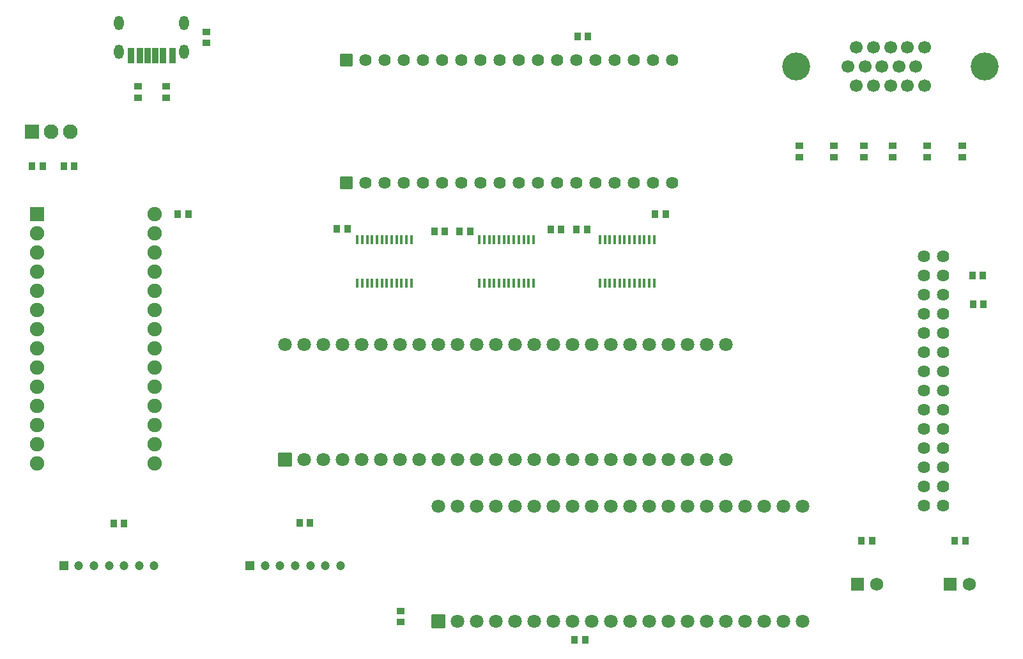
<source format=gts>
G04 Layer: TopSolderMaskLayer*
G04 EasyEDA v6.5.22, 2023-04-21 15:38:10*
G04 6d2149ed1d2646eb8880a206008ce751,0d2cea57a9a8422ebbcee2df73fbc454,10*
G04 Gerber Generator version 0.2*
G04 Scale: 100 percent, Rotated: No, Reflected: No *
G04 Dimensions in millimeters *
G04 leading zeros omitted , absolute positions ,4 integer and 5 decimal *
%FSLAX45Y45*%
%MOMM*%

%AMMACRO1*1,1,$1,$2,$3*1,1,$1,$4,$5*1,1,$1,0-$2,0-$3*1,1,$1,0-$4,0-$5*20,1,$1,$2,$3,$4,$5,0*20,1,$1,$4,$5,0-$2,0-$3,0*20,1,$1,0-$2,0-$3,0-$4,0-$5,0*20,1,$1,0-$4,0-$5,$2,$3,0*4,1,4,$2,$3,$4,$5,0-$2,0-$3,0-$4,0-$5,$2,$3,0*%
%ADD10MACRO1,0.1016X-0.4X0.45X0.4X0.45*%
%ADD11MACRO1,0.1016X0.4X-0.45X-0.4X-0.45*%
%ADD12MACRO1,0.1016X-0.4032X-0.432X-0.4032X0.432*%
%ADD13MACRO1,0.1016X0.4032X-0.432X0.4032X0.432*%
%ADD14MACRO1,0.1016X-0.432X0.4032X0.432X0.4032*%
%ADD15MACRO1,0.1016X-0.432X-0.4032X0.432X-0.4032*%
%ADD16C,1.8034*%
%ADD17MACRO1,0.2032X-0.8001X0.8001X0.8001X0.8001*%
%ADD18MACRO1,0.1016X-0.85X-0.8499X-0.85X0.8499*%
%ADD19C,1.8016*%
%ADD20MACRO1,0.1016X0.15X0.5X0.15X-0.5*%
%ADD21MACRO1,0.1016X-0.762X-0.762X-0.762X0.762*%
%ADD22C,1.6256*%
%ADD23R,1.7272X1.7272*%
%ADD24C,1.7272*%
%ADD25C,1.2032*%
%ADD26MACRO1,0.2032X-0.5X0.5X0.5X0.5*%
%ADD27C,3.7008*%
%ADD28C,1.6942*%
%ADD29MACRO1,0.1016X-0.915X0.915X0.915X0.915*%
%ADD30C,1.9317*%
%ADD31MACRO1,0.2032X-0.762X-0.762X-0.762X0.762*%
%ADD32C,1.9016*%
%ADD33MACRO1,0.1016X0.8992X0.8992X0.8992X-0.8992*%
%ADD34MACRO1,0.1016X0.4X-1X-0.4X-1*%
%ADD35MACRO1,0.1016X0.38X-1X-0.38X-1*%
%ADD36MACRO1,0.1016X0.35X-1X-0.35X-1*%
%ADD37O,1.3031978X1.9031966*%
%ADD38O,0.01X1.9031966*%

%LPD*%
D10*
G01*
X8058284Y139700D03*
G01*
X7918284Y139700D03*
G01*
X4908953Y5576062D03*
G01*
X4768954Y5576062D03*
D11*
G01*
X6394300Y5549900D03*
G01*
X6534299Y5549900D03*
G01*
X7943700Y5575300D03*
G01*
X8083699Y5575300D03*
G01*
X7956400Y8128000D03*
G01*
X8096399Y8128000D03*
D10*
G01*
X13335149Y4584700D03*
G01*
X13195150Y4584700D03*
G01*
X870099Y6413500D03*
G01*
X730100Y6413500D03*
D11*
G01*
X1149200Y6413500D03*
G01*
X1289199Y6413500D03*
D12*
G01*
X11865242Y1447800D03*
D13*
G01*
X11714593Y1447800D03*
D14*
G01*
X5613400Y369175D03*
D15*
G01*
X5613400Y519824D03*
D14*
G01*
X10896600Y6528675D03*
D15*
G01*
X10896600Y6679324D03*
D14*
G01*
X11353800Y6528675D03*
D15*
G01*
X11353800Y6679324D03*
D14*
G01*
X11747500Y6528675D03*
D15*
G01*
X11747500Y6679324D03*
D14*
G01*
X12128500Y6528675D03*
D15*
G01*
X12128500Y6679324D03*
D14*
G01*
X12585700Y6528675D03*
D15*
G01*
X12585700Y6679324D03*
D14*
G01*
X13055600Y6528675D03*
D15*
G01*
X13055600Y6679324D03*
D12*
G01*
X13100450Y1447797D03*
D13*
G01*
X12949800Y1447797D03*
D14*
G01*
X2501892Y7316069D03*
D15*
G01*
X2501892Y7466719D03*
D14*
G01*
X2133592Y7316069D03*
D15*
G01*
X2133592Y7466719D03*
D14*
G01*
X3035292Y8039969D03*
D15*
G01*
X3035292Y8190619D03*
D16*
G01*
X10934700Y381000D03*
G01*
X10680700Y381000D03*
G01*
X10426700Y381000D03*
G01*
X10172700Y381000D03*
G01*
X9918700Y381000D03*
G01*
X9664700Y381000D03*
G01*
X9410700Y381000D03*
G01*
X9156700Y381000D03*
G01*
X8902700Y381000D03*
G01*
X8648700Y381000D03*
G01*
X8140700Y381000D03*
G01*
X7886700Y381000D03*
G01*
X7632700Y381000D03*
G01*
X7378700Y381000D03*
G01*
X7124700Y381000D03*
G01*
X6870700Y381000D03*
G01*
X6616700Y381000D03*
G01*
X6362700Y381000D03*
D17*
G01*
X6108689Y381000D03*
D16*
G01*
X8394700Y381000D03*
G01*
X6108700Y1905000D03*
G01*
X6362700Y1905000D03*
G01*
X6616700Y1905000D03*
G01*
X10934700Y1905000D03*
G01*
X10680700Y1905000D03*
G01*
X10426700Y1905000D03*
G01*
X6870700Y1905000D03*
G01*
X7124700Y1905000D03*
G01*
X10172700Y1905000D03*
G01*
X9918700Y1905000D03*
G01*
X9664700Y1905000D03*
G01*
X7378700Y1905000D03*
G01*
X9410700Y1905000D03*
G01*
X7632700Y1905000D03*
G01*
X9156700Y1905000D03*
G01*
X7886700Y1905000D03*
G01*
X8140700Y1905000D03*
G01*
X8902700Y1905000D03*
G01*
X8648700Y1905000D03*
G01*
X8394700Y1905000D03*
D18*
G01*
X4076674Y2527292D03*
D19*
G01*
X4330700Y2527300D03*
G01*
X4584700Y2527300D03*
G01*
X4838700Y2527300D03*
G01*
X5092700Y2527300D03*
G01*
X5346700Y2527300D03*
G01*
X5600700Y2527300D03*
G01*
X5854700Y2527300D03*
G01*
X6108700Y2527300D03*
G01*
X6362700Y2527300D03*
G01*
X6616700Y2527300D03*
G01*
X6870700Y2527300D03*
G01*
X7124700Y2527300D03*
G01*
X7378700Y2527300D03*
G01*
X7632700Y2527300D03*
G01*
X7886700Y2527300D03*
G01*
X8140700Y2527300D03*
G01*
X8394700Y2527300D03*
G01*
X8648700Y2527300D03*
G01*
X8902700Y2527300D03*
G01*
X9156700Y2527300D03*
G01*
X9410700Y2527300D03*
G01*
X9664700Y2527300D03*
G01*
X9918700Y2527300D03*
G01*
X9918700Y4051300D03*
G01*
X9664700Y4051300D03*
G01*
X9410700Y4051300D03*
G01*
X9156700Y4051300D03*
G01*
X8902700Y4051300D03*
G01*
X8648700Y4051300D03*
G01*
X8394700Y4051300D03*
G01*
X8140700Y4051300D03*
G01*
X7886700Y4051300D03*
G01*
X7632700Y4051300D03*
G01*
X7378700Y4051300D03*
G01*
X7124700Y4051300D03*
G01*
X6870700Y4051300D03*
G01*
X6616700Y4051300D03*
G01*
X6362700Y4051300D03*
G01*
X6108700Y4051300D03*
G01*
X5854700Y4051300D03*
G01*
X5600700Y4051300D03*
G01*
X5346700Y4051300D03*
G01*
X5092700Y4051300D03*
G01*
X4838700Y4051300D03*
G01*
X4584700Y4051300D03*
G01*
X4330700Y4051300D03*
G01*
X4076700Y4051300D03*
D20*
G01*
X5753694Y5433489D03*
G01*
X5688693Y5433489D03*
G01*
X5623694Y5433489D03*
G01*
X5558693Y5433489D03*
G01*
X5493694Y5433489D03*
G01*
X5428693Y5433489D03*
G01*
X5363695Y5433489D03*
G01*
X5298694Y5433489D03*
G01*
X5233695Y5433489D03*
G01*
X5168694Y5433489D03*
G01*
X5103693Y5433489D03*
G01*
X5038694Y5433489D03*
G01*
X5038694Y4858489D03*
G01*
X5103693Y4858489D03*
G01*
X5168694Y4858489D03*
G01*
X5233695Y4858489D03*
G01*
X5298694Y4858489D03*
G01*
X5363695Y4858489D03*
G01*
X5428693Y4858489D03*
G01*
X5493694Y4858489D03*
G01*
X5558693Y4858489D03*
G01*
X5623694Y4858489D03*
G01*
X5688693Y4858489D03*
G01*
X5753694Y4858489D03*
D21*
G01*
X4894889Y6192486D03*
D22*
G01*
X5148884Y6192494D03*
G01*
X5402884Y6192494D03*
G01*
X5656884Y6192494D03*
G01*
X5910884Y6192494D03*
G01*
X6164884Y6192494D03*
G01*
X6418884Y6192494D03*
G01*
X6672884Y6192494D03*
G01*
X6926884Y6192494D03*
G01*
X7180884Y6192494D03*
G01*
X7434884Y6192494D03*
G01*
X7688884Y6192494D03*
G01*
X7942884Y6192494D03*
G01*
X8196884Y6192494D03*
G01*
X8450884Y6192494D03*
G01*
X8704884Y6192494D03*
G01*
X8958884Y6192494D03*
G01*
X9212884Y6192494D03*
D21*
G01*
X4894889Y7818084D03*
D22*
G01*
X5148884Y7818094D03*
G01*
X5402884Y7818094D03*
G01*
X5656884Y7818094D03*
G01*
X5910884Y7818094D03*
G01*
X6164884Y7818094D03*
G01*
X6418884Y7818094D03*
G01*
X6672884Y7818094D03*
G01*
X6926884Y7818094D03*
G01*
X7180884Y7818094D03*
G01*
X7434884Y7818094D03*
G01*
X7688884Y7818094D03*
G01*
X7942884Y7818094D03*
G01*
X8196884Y7818094D03*
G01*
X8450884Y7818094D03*
G01*
X8704884Y7818094D03*
G01*
X8958884Y7818094D03*
G01*
X9212884Y7818094D03*
D10*
G01*
X13328774Y4965689D03*
G01*
X13188774Y4965689D03*
D20*
G01*
X7372941Y5432590D03*
G01*
X7307940Y5432590D03*
G01*
X7242942Y5432590D03*
G01*
X7177940Y5432590D03*
G01*
X7112942Y5432590D03*
G01*
X7047941Y5432590D03*
G01*
X6982942Y5432590D03*
G01*
X6917941Y5432590D03*
G01*
X6852942Y5432590D03*
G01*
X6787941Y5432590D03*
G01*
X6722940Y5432590D03*
G01*
X6657941Y5432590D03*
G01*
X6657941Y4857589D03*
G01*
X6722940Y4857589D03*
G01*
X6787941Y4857589D03*
G01*
X6852942Y4857589D03*
G01*
X6917941Y4857589D03*
G01*
X6982942Y4857589D03*
G01*
X7047941Y4857589D03*
G01*
X7112942Y4857589D03*
G01*
X7177940Y4857589D03*
G01*
X7242942Y4857589D03*
G01*
X7307940Y4857589D03*
G01*
X7372941Y4857589D03*
G01*
X8970581Y5432590D03*
G01*
X8905580Y5432590D03*
G01*
X8840581Y5432590D03*
G01*
X8775580Y5432590D03*
G01*
X8710582Y5432590D03*
G01*
X8645580Y5432590D03*
G01*
X8580582Y5432590D03*
G01*
X8515581Y5432590D03*
G01*
X8450582Y5432590D03*
G01*
X8385581Y5432590D03*
G01*
X8320580Y5432590D03*
G01*
X8255581Y5432590D03*
G01*
X8255581Y4857589D03*
G01*
X8320580Y4857589D03*
G01*
X8385581Y4857589D03*
G01*
X8450582Y4857589D03*
G01*
X8515581Y4857589D03*
G01*
X8580582Y4857589D03*
G01*
X8645580Y4857589D03*
G01*
X8710582Y4857589D03*
G01*
X8775580Y4857589D03*
G01*
X8840581Y4857589D03*
G01*
X8905580Y4857589D03*
G01*
X8970581Y4857589D03*
D23*
G01*
X12898120Y876300D03*
D24*
G01*
X13152120Y876300D03*
D22*
G01*
X12547574Y5219700D03*
G01*
X12547574Y4965700D03*
G01*
X12547574Y4711700D03*
G01*
X12547574Y4457700D03*
G01*
X12547574Y4203700D03*
G01*
X12547574Y3949700D03*
G01*
X12547574Y3695700D03*
G01*
X12547574Y3441700D03*
G01*
X12547574Y3187700D03*
G01*
X12547574Y2933700D03*
G01*
X12547574Y2679700D03*
G01*
X12547574Y2425700D03*
G01*
X12547574Y2171700D03*
G01*
X12547574Y1917700D03*
G01*
X12801574Y1917700D03*
G01*
X12801574Y2171700D03*
G01*
X12801574Y2425700D03*
G01*
X12801574Y2679700D03*
G01*
X12801574Y2933700D03*
G01*
X12801574Y3187700D03*
G01*
X12801574Y3441700D03*
G01*
X12801574Y3695700D03*
G01*
X12801574Y3949700D03*
G01*
X12801574Y4203700D03*
G01*
X12801574Y4457700D03*
G01*
X12801574Y4711700D03*
G01*
X12801574Y4965700D03*
G01*
X12801574Y5219700D03*
D11*
G01*
X1809597Y1676397D03*
G01*
X1949597Y1676397D03*
G01*
X4273392Y1689097D03*
G01*
X4413392Y1689097D03*
D10*
G01*
X2800494Y5778487D03*
G01*
X2660495Y5778487D03*
G01*
X6197597Y5549879D03*
G01*
X6057597Y5549879D03*
G01*
X7740784Y5575289D03*
G01*
X7600784Y5575289D03*
G01*
X9125082Y5778487D03*
G01*
X8985082Y5778487D03*
D25*
G01*
X1748815Y1117600D03*
G01*
X1548815Y1117600D03*
G01*
X1348816Y1117600D03*
G01*
X1948815Y1117600D03*
G01*
X2148814Y1117600D03*
G01*
X2348814Y1117600D03*
D26*
G01*
X1148811Y1117600D03*
D25*
G01*
X4216400Y1117600D03*
G01*
X4016400Y1117600D03*
G01*
X3816400Y1117600D03*
G01*
X4416374Y1117600D03*
G01*
X4616399Y1117600D03*
G01*
X4816398Y1117600D03*
D26*
G01*
X3616393Y1117597D03*
D27*
G01*
X13353084Y7734300D03*
G01*
X10853064Y7734300D03*
D28*
G01*
X12553061Y7480300D03*
G01*
X12328067Y7480300D03*
G01*
X12103074Y7480300D03*
G01*
X11878081Y7480300D03*
G01*
X11653062Y7480300D03*
G01*
X12440564Y7734300D03*
G01*
X12215571Y7734300D03*
G01*
X11990577Y7734300D03*
G01*
X11765584Y7734300D03*
G01*
X11540566Y7734300D03*
G01*
X12553061Y7988300D03*
G01*
X12328067Y7988300D03*
G01*
X12103074Y7988300D03*
G01*
X11878081Y7988300D03*
G01*
X11653062Y7988300D03*
D29*
G01*
X723897Y6870687D03*
D30*
G01*
X977900Y6870700D03*
G01*
X1231900Y6870700D03*
D31*
G01*
X11662793Y876300D03*
D24*
G01*
X11916790Y876300D03*
D32*
G01*
X2354808Y5778500D03*
G01*
X2354808Y5524500D03*
G01*
X2354808Y5270500D03*
G01*
X2354808Y5016500D03*
G01*
X2354808Y4762500D03*
G01*
X2354808Y4508500D03*
G01*
X2354808Y4254500D03*
G01*
X2354808Y4000500D03*
G01*
X2354808Y3746500D03*
G01*
X2354808Y3492500D03*
G01*
X2354808Y3238500D03*
G01*
X2354808Y2984500D03*
G01*
X2354808Y2730500D03*
G01*
X2354808Y2476500D03*
G01*
X794791Y2476500D03*
G01*
X794791Y2730500D03*
G01*
X794791Y2984500D03*
G01*
X794791Y3238500D03*
G01*
X794791Y3492500D03*
G01*
X794791Y3746500D03*
G01*
X794791Y4000500D03*
G01*
X794791Y4508500D03*
G01*
X794791Y4762500D03*
G01*
X794791Y5016500D03*
G01*
X794791Y5270500D03*
G01*
X794791Y5524500D03*
G01*
X794791Y4254500D03*
D33*
G01*
X794809Y5778492D03*
D34*
G01*
X2586393Y7877792D03*
G01*
X2036391Y7877792D03*
D35*
G01*
X2463394Y7877792D03*
D36*
G01*
X2361391Y7877792D03*
G01*
X2261393Y7877792D03*
D35*
G01*
X2159389Y7877792D03*
D37*
G01*
X2743403Y7925790D03*
G01*
X1879396Y7925790D03*
G01*
X2743403Y8305800D03*
G01*
X1879396Y8305800D03*
M02*

</source>
